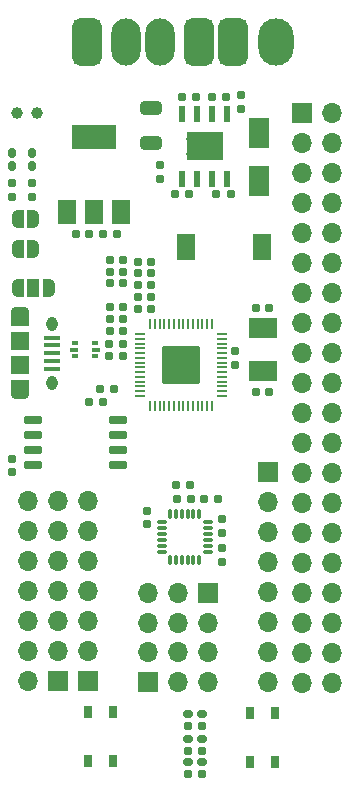
<source format=gbr>
%TF.GenerationSoftware,KiCad,Pcbnew,(6.0.0-0)*%
%TF.CreationDate,2022-01-13T06:26:07-05:00*%
%TF.ProjectId,piUAV,70695541-562e-46b6-9963-61645f706362,rev?*%
%TF.SameCoordinates,Original*%
%TF.FileFunction,Soldermask,Top*%
%TF.FilePolarity,Negative*%
%FSLAX46Y46*%
G04 Gerber Fmt 4.6, Leading zero omitted, Abs format (unit mm)*
G04 Created by KiCad (PCBNEW (6.0.0-0)) date 2022-01-13 06:26:07*
%MOMM*%
%LPD*%
G01*
G04 APERTURE LIST*
G04 Aperture macros list*
%AMRoundRect*
0 Rectangle with rounded corners*
0 $1 Rounding radius*
0 $2 $3 $4 $5 $6 $7 $8 $9 X,Y pos of 4 corners*
0 Add a 4 corners polygon primitive as box body*
4,1,4,$2,$3,$4,$5,$6,$7,$8,$9,$2,$3,0*
0 Add four circle primitives for the rounded corners*
1,1,$1+$1,$2,$3*
1,1,$1+$1,$4,$5*
1,1,$1+$1,$6,$7*
1,1,$1+$1,$8,$9*
0 Add four rect primitives between the rounded corners*
20,1,$1+$1,$2,$3,$4,$5,0*
20,1,$1+$1,$4,$5,$6,$7,0*
20,1,$1+$1,$6,$7,$8,$9,0*
20,1,$1+$1,$8,$9,$2,$3,0*%
%AMFreePoly0*
4,1,22,0.550000,-0.750000,0.000000,-0.750000,0.000000,-0.745033,-0.079941,-0.743568,-0.215256,-0.701293,-0.333266,-0.622738,-0.424486,-0.514219,-0.481581,-0.384460,-0.499164,-0.250000,-0.500000,-0.250000,-0.500000,0.250000,-0.499164,0.250000,-0.499963,0.256109,-0.478152,0.396186,-0.417904,0.524511,-0.324060,0.630769,-0.204165,0.706417,-0.067858,0.745374,0.000000,0.744959,0.000000,0.750000,
0.550000,0.750000,0.550000,-0.750000,0.550000,-0.750000,$1*%
%AMFreePoly1*
4,1,20,0.000000,0.744959,0.073905,0.744508,0.209726,0.703889,0.328688,0.626782,0.421226,0.519385,0.479903,0.390333,0.500000,0.250000,0.500000,-0.250000,0.499851,-0.262216,0.476331,-0.402017,0.414519,-0.529596,0.319384,-0.634700,0.198574,-0.708877,0.061801,-0.746166,0.000000,-0.745033,0.000000,-0.750000,-0.550000,-0.750000,-0.550000,0.750000,0.000000,0.750000,0.000000,0.744959,
0.000000,0.744959,$1*%
%AMFreePoly2*
4,1,22,0.500000,-0.750000,0.000000,-0.750000,0.000000,-0.745033,-0.079941,-0.743568,-0.215256,-0.701293,-0.333266,-0.622738,-0.424486,-0.514219,-0.481581,-0.384460,-0.499164,-0.250000,-0.500000,-0.250000,-0.500000,0.250000,-0.499164,0.250000,-0.499963,0.256109,-0.478152,0.396186,-0.417904,0.524511,-0.324060,0.630769,-0.204165,0.706417,-0.067858,0.745374,0.000000,0.744959,0.000000,0.750000,
0.500000,0.750000,0.500000,-0.750000,0.500000,-0.750000,$1*%
%AMFreePoly3*
4,1,20,0.000000,0.744959,0.073905,0.744508,0.209726,0.703889,0.328688,0.626782,0.421226,0.519385,0.479903,0.390333,0.500000,0.250000,0.500000,-0.250000,0.499851,-0.262216,0.476331,-0.402017,0.414519,-0.529596,0.319384,-0.634700,0.198574,-0.708877,0.061801,-0.746166,0.000000,-0.745033,0.000000,-0.750000,-0.500000,-0.750000,-0.500000,0.750000,0.000000,0.750000,0.000000,0.744959,
0.000000,0.744959,$1*%
G04 Aperture macros list end*
%ADD10RoundRect,0.160000X-0.160000X0.197500X-0.160000X-0.197500X0.160000X-0.197500X0.160000X0.197500X0*%
%ADD11RoundRect,0.155000X0.212500X0.155000X-0.212500X0.155000X-0.212500X-0.155000X0.212500X-0.155000X0*%
%ADD12RoundRect,0.160000X0.222500X0.160000X-0.222500X0.160000X-0.222500X-0.160000X0.222500X-0.160000X0*%
%ADD13RoundRect,0.160000X0.197500X0.160000X-0.197500X0.160000X-0.197500X-0.160000X0.197500X-0.160000X0*%
%ADD14RoundRect,0.155000X-0.212500X-0.155000X0.212500X-0.155000X0.212500X0.155000X-0.212500X0.155000X0*%
%ADD15RoundRect,0.160000X-0.197500X-0.160000X0.197500X-0.160000X0.197500X0.160000X-0.197500X0.160000X0*%
%ADD16R,1.800000X2.500000*%
%ADD17C,1.000000*%
%ADD18RoundRect,0.160000X0.160000X-0.197500X0.160000X0.197500X-0.160000X0.197500X-0.160000X-0.197500X0*%
%ADD19R,0.650000X1.050000*%
%ADD20R,1.700000X1.700000*%
%ADD21O,1.700000X1.700000*%
%ADD22O,3.000000X4.000000*%
%ADD23RoundRect,0.155000X-0.155000X0.212500X-0.155000X-0.212500X0.155000X-0.212500X0.155000X0.212500X0*%
%ADD24RoundRect,0.050000X0.050000X-0.387500X0.050000X0.387500X-0.050000X0.387500X-0.050000X-0.387500X0*%
%ADD25RoundRect,0.050000X0.387500X-0.050000X0.387500X0.050000X-0.387500X0.050000X-0.387500X-0.050000X0*%
%ADD26RoundRect,0.144000X1.456000X-1.456000X1.456000X1.456000X-1.456000X1.456000X-1.456000X-1.456000X0*%
%ADD27RoundRect,0.160000X0.160000X-0.222500X0.160000X0.222500X-0.160000X0.222500X-0.160000X-0.222500X0*%
%ADD28RoundRect,0.075000X0.075000X-0.350000X0.075000X0.350000X-0.075000X0.350000X-0.075000X-0.350000X0*%
%ADD29RoundRect,0.075000X0.350000X0.075000X-0.350000X0.075000X-0.350000X-0.075000X0.350000X-0.075000X0*%
%ADD30RoundRect,0.150000X0.650000X0.150000X-0.650000X0.150000X-0.650000X-0.150000X0.650000X-0.150000X0*%
%ADD31FreePoly0,180.000000*%
%ADD32R,1.000000X1.500000*%
%ADD33FreePoly1,180.000000*%
%ADD34R,1.500000X2.000000*%
%ADD35R,3.800000X2.000000*%
%ADD36RoundRect,0.155000X0.155000X-0.212500X0.155000X0.212500X-0.155000X0.212500X-0.155000X-0.212500X0*%
%ADD37R,2.400000X1.700000*%
%ADD38O,2.500000X4.000000*%
%ADD39RoundRect,0.250000X0.650000X-0.325000X0.650000X0.325000X-0.650000X0.325000X-0.650000X-0.325000X0*%
%ADD40R,0.599999X1.450000*%
%ADD41R,3.099999X2.400000*%
%ADD42C,0.499999*%
%ADD43R,1.500000X2.200000*%
%ADD44R,0.500000X0.375000*%
%ADD45R,0.650000X0.300000*%
%ADD46FreePoly2,0.000000*%
%ADD47FreePoly3,0.000000*%
%ADD48R,1.350000X0.400000*%
%ADD49R,1.550000X1.200000*%
%ADD50O,1.550000X0.890000*%
%ADD51R,1.550000X1.500000*%
%ADD52O,0.950000X1.250000*%
%ADD53RoundRect,0.625000X-0.625000X-1.375000X0.625000X-1.375000X0.625000X1.375000X-0.625000X1.375000X0*%
G04 APERTURE END LIST*
D10*
%TO.C,R14*%
X112400000Y-58302500D03*
X112400000Y-59497500D03*
%TD*%
D11*
%TO.C,C3*%
X120117500Y-69850000D03*
X118982500Y-69850000D03*
%TD*%
D12*
%TO.C,D2*%
X126752500Y-105400000D03*
X125607500Y-105400000D03*
%TD*%
D13*
%TO.C,R6*%
X125800000Y-83950000D03*
X124605000Y-83950000D03*
%TD*%
D14*
%TO.C,C21*%
X127632500Y-51050000D03*
X128767500Y-51050000D03*
%TD*%
D11*
%TO.C,C10*%
X120117500Y-64850000D03*
X118982500Y-64850000D03*
%TD*%
D15*
%TO.C,R8*%
X125102500Y-51050000D03*
X126297500Y-51050000D03*
%TD*%
D16*
%TO.C,D6*%
X131600000Y-58150000D03*
X131600000Y-54150000D03*
%TD*%
D17*
%TO.C,TP2*%
X111100000Y-52400000D03*
%TD*%
D18*
%TO.C,R5*%
X129600000Y-73747500D03*
X129600000Y-72552500D03*
%TD*%
D17*
%TO.C,TP1*%
X112800000Y-52400000D03*
%TD*%
D12*
%TO.C,D1*%
X126745000Y-103300000D03*
X125600000Y-103300000D03*
%TD*%
D18*
%TO.C,R15*%
X123250000Y-57997500D03*
X123250000Y-56802500D03*
%TD*%
D19*
%TO.C,SW2*%
X117125000Y-107275000D03*
X117125000Y-103125000D03*
X119275000Y-107275000D03*
X119275000Y-103125000D03*
%TD*%
D13*
%TO.C,R3*%
X119347500Y-75800000D03*
X118152500Y-75800000D03*
%TD*%
D11*
%TO.C,C19*%
X128120000Y-85100000D03*
X126985000Y-85100000D03*
%TD*%
D20*
%TO.C,J6*%
X122225000Y-100600000D03*
D21*
X122225000Y-98060000D03*
X124765000Y-100600000D03*
X124765000Y-98060000D03*
X127305000Y-100600000D03*
X127305000Y-98060000D03*
%TD*%
D19*
%TO.C,SW1*%
X130825000Y-107375000D03*
X130825000Y-103225000D03*
X132975000Y-103225000D03*
X132975000Y-107375000D03*
%TD*%
D11*
%TO.C,C1*%
X120117500Y-68850000D03*
X118982500Y-68850000D03*
%TD*%
%TO.C,C7*%
X120117500Y-66850000D03*
X118982500Y-66850000D03*
%TD*%
%TO.C,C13*%
X132467500Y-68900000D03*
X131332500Y-68900000D03*
%TD*%
%TO.C,C16*%
X117217500Y-62632500D03*
X116082500Y-62632500D03*
%TD*%
D14*
%TO.C,C5*%
X121332500Y-68000000D03*
X122467500Y-68000000D03*
%TD*%
D22*
%TO.C,P6*%
X133000000Y-46400000D03*
%TD*%
D23*
%TO.C,C14*%
X110700000Y-81682500D03*
X110700000Y-82817500D03*
%TD*%
D24*
%TO.C,U1*%
X122400000Y-77187500D03*
X122800000Y-77187500D03*
X123200000Y-77187500D03*
X123600000Y-77187500D03*
X124000000Y-77187500D03*
X124400000Y-77187500D03*
X124800000Y-77187500D03*
X125200000Y-77187500D03*
X125600000Y-77187500D03*
X126000000Y-77187500D03*
X126400000Y-77187500D03*
X126800000Y-77187500D03*
X127200000Y-77187500D03*
X127600000Y-77187500D03*
D25*
X128437500Y-76350000D03*
X128437500Y-75950000D03*
X128437500Y-75550000D03*
X128437500Y-75150000D03*
X128437500Y-74750000D03*
X128437500Y-74350000D03*
X128437500Y-73950000D03*
X128437500Y-73550000D03*
X128437500Y-73150000D03*
X128437500Y-72750000D03*
X128437500Y-72350000D03*
X128437500Y-71950000D03*
X128437500Y-71550000D03*
X128437500Y-71150000D03*
D24*
X127600000Y-70312500D03*
X127200000Y-70312500D03*
X126800000Y-70312500D03*
X126400000Y-70312500D03*
X126000000Y-70312500D03*
X125600000Y-70312500D03*
X125200000Y-70312500D03*
X124800000Y-70312500D03*
X124400000Y-70312500D03*
X124000000Y-70312500D03*
X123600000Y-70312500D03*
X123200000Y-70312500D03*
X122800000Y-70312500D03*
X122400000Y-70312500D03*
D25*
X121562500Y-71150000D03*
X121562500Y-71550000D03*
X121562500Y-71950000D03*
X121562500Y-72350000D03*
X121562500Y-72750000D03*
X121562500Y-73150000D03*
X121562500Y-73550000D03*
X121562500Y-73950000D03*
X121562500Y-74350000D03*
X121562500Y-74750000D03*
X121562500Y-75150000D03*
X121562500Y-75550000D03*
X121562500Y-75950000D03*
X121562500Y-76350000D03*
D26*
X125000000Y-73750000D03*
%TD*%
D13*
%TO.C,R11*%
X126777500Y-106400000D03*
X125582500Y-106400000D03*
%TD*%
%TO.C,R7*%
X125850000Y-85100000D03*
X124655000Y-85100000D03*
%TD*%
D27*
%TO.C,D5*%
X112400000Y-56920000D03*
X112400000Y-55775000D03*
%TD*%
D28*
%TO.C,U4*%
X124050000Y-90250000D03*
X124550000Y-90250000D03*
X125050000Y-90250000D03*
X125550000Y-90250000D03*
X126050000Y-90250000D03*
X126550000Y-90250000D03*
D29*
X127250000Y-89550000D03*
X127250000Y-89050000D03*
X127250000Y-88550000D03*
X127250000Y-88050000D03*
X127250000Y-87550000D03*
X127250000Y-87050000D03*
D28*
X126550000Y-86350000D03*
X126050000Y-86350000D03*
X125550000Y-86350000D03*
X125050000Y-86350000D03*
X124550000Y-86350000D03*
X124050000Y-86350000D03*
D29*
X123350000Y-87050000D03*
X123350000Y-87550000D03*
X123350000Y-88050000D03*
X123350000Y-88550000D03*
X123350000Y-89050000D03*
X123350000Y-89550000D03*
%TD*%
D20*
%TO.C,J2*%
X127325000Y-93025000D03*
D21*
X127325000Y-95565000D03*
X124785000Y-93025000D03*
X124785000Y-95565000D03*
X122245000Y-93025000D03*
X122245000Y-95565000D03*
%TD*%
D23*
%TO.C,C23*%
X130100000Y-50932500D03*
X130100000Y-52067500D03*
%TD*%
D30*
%TO.C,U2*%
X119650000Y-82205000D03*
X119650000Y-80935000D03*
X119650000Y-79665000D03*
X119650000Y-78395000D03*
X112450000Y-78395000D03*
X112450000Y-79665000D03*
X112450000Y-80935000D03*
X112450000Y-82205000D03*
%TD*%
D15*
%TO.C,R16*%
X128002500Y-59250000D03*
X129197500Y-59250000D03*
%TD*%
D31*
%TO.C,JP2*%
X113800000Y-67200000D03*
D32*
X112500000Y-67200000D03*
D33*
X111200000Y-67200000D03*
%TD*%
D14*
%TO.C,C11*%
X121332500Y-65000000D03*
X122467500Y-65000000D03*
%TD*%
D11*
%TO.C,C15*%
X119567500Y-62650000D03*
X118432500Y-62650000D03*
%TD*%
D20*
%TO.C,J3*%
X117100000Y-100500000D03*
D21*
X117100000Y-97960000D03*
X117100000Y-95420000D03*
X117100000Y-92880000D03*
X117100000Y-90340000D03*
X117100000Y-87800000D03*
X117100000Y-85260000D03*
%TD*%
D34*
%TO.C,U3*%
X115350000Y-60782500D03*
D35*
X117650000Y-54482500D03*
D34*
X117650000Y-60782500D03*
X119950000Y-60782500D03*
%TD*%
D20*
%TO.C,J7*%
X135225000Y-52375000D03*
D21*
X137765000Y-52375000D03*
X135225000Y-54915000D03*
X137765000Y-54915000D03*
X135225000Y-57455000D03*
X137765000Y-57455000D03*
X135225000Y-59995000D03*
X137765000Y-59995000D03*
X135225000Y-62535000D03*
X137765000Y-62535000D03*
X135225000Y-65075000D03*
X137765000Y-65075000D03*
X135225000Y-67615000D03*
X137765000Y-67615000D03*
X135225000Y-70155000D03*
X137765000Y-70155000D03*
X135225000Y-72695000D03*
X137765000Y-72695000D03*
X135225000Y-75235000D03*
X137765000Y-75235000D03*
X135225000Y-77775000D03*
X137765000Y-77775000D03*
X135225000Y-80315000D03*
X137765000Y-80315000D03*
X135225000Y-82855000D03*
X137765000Y-82855000D03*
X135225000Y-85395000D03*
X137765000Y-85395000D03*
X135225000Y-87935000D03*
X137765000Y-87935000D03*
X135225000Y-90475000D03*
X137765000Y-90475000D03*
X135225000Y-93015000D03*
X137765000Y-93015000D03*
X135225000Y-95555000D03*
X137765000Y-95555000D03*
X135225000Y-98095000D03*
X137765000Y-98095000D03*
X135225000Y-100635000D03*
X137765000Y-100635000D03*
%TD*%
D20*
%TO.C,J5*%
X114575000Y-100500000D03*
D21*
X112035000Y-100500000D03*
X114575000Y-97960000D03*
X112035000Y-97960000D03*
X114575000Y-95420000D03*
X112035000Y-95420000D03*
X114575000Y-92880000D03*
X112035000Y-92880000D03*
X114575000Y-90340000D03*
X112035000Y-90340000D03*
X114575000Y-87800000D03*
X112035000Y-87800000D03*
X114575000Y-85260000D03*
X112035000Y-85260000D03*
%TD*%
D36*
%TO.C,C17*%
X122150000Y-87217500D03*
X122150000Y-86082500D03*
%TD*%
D15*
%TO.C,R1*%
X118902500Y-72950000D03*
X120097500Y-72950000D03*
%TD*%
D37*
%TO.C,Y1*%
X131900000Y-74300000D03*
X131900000Y-70600000D03*
%TD*%
D38*
%TO.C,P2*%
X120300000Y-46400000D03*
%TD*%
D11*
%TO.C,C8*%
X120117500Y-65850000D03*
X118982500Y-65850000D03*
%TD*%
D39*
%TO.C,C24*%
X122500000Y-54975000D03*
X122500000Y-52025000D03*
%TD*%
D13*
%TO.C,R10*%
X126770000Y-104300000D03*
X125575000Y-104300000D03*
%TD*%
D40*
%TO.C,U5*%
X128905000Y-52524999D03*
X127635000Y-52524999D03*
X126365000Y-52524999D03*
X125095000Y-52524999D03*
X125095000Y-57974998D03*
X126365000Y-57974998D03*
X127635000Y-57974998D03*
X128905000Y-57974998D03*
D41*
X127000000Y-55250000D03*
D42*
X127000000Y-55900001D03*
X125700000Y-55900001D03*
X125700000Y-54599999D03*
X128300000Y-55900001D03*
X128300000Y-54599999D03*
X127000000Y-54599999D03*
%TD*%
D10*
%TO.C,R13*%
X110700000Y-58302500D03*
X110700000Y-59497500D03*
%TD*%
D43*
%TO.C,L1*%
X131850000Y-63750000D03*
X125450000Y-63750000D03*
%TD*%
D15*
%TO.C,R4*%
X117202500Y-76850000D03*
X118397500Y-76850000D03*
%TD*%
D44*
%TO.C,U6*%
X117750000Y-72987500D03*
D45*
X117825000Y-72450000D03*
D44*
X117750000Y-71912500D03*
X116050000Y-71912500D03*
D45*
X115975000Y-72450000D03*
D44*
X116050000Y-72987500D03*
%TD*%
D13*
%TO.C,R12*%
X126787500Y-108400000D03*
X125592500Y-108400000D03*
%TD*%
D46*
%TO.C,JP1*%
X111200000Y-63900000D03*
D47*
X112500000Y-63900000D03*
%TD*%
D14*
%TO.C,C4*%
X121332500Y-69000000D03*
X122467500Y-69000000D03*
%TD*%
D11*
%TO.C,C12*%
X132467500Y-76000000D03*
X131332500Y-76000000D03*
%TD*%
D12*
%TO.C,D3*%
X126772500Y-107400000D03*
X125627500Y-107400000D03*
%TD*%
D23*
%TO.C,C20*%
X128500000Y-89282500D03*
X128500000Y-90417500D03*
%TD*%
D36*
%TO.C,C18*%
X128500000Y-87967500D03*
X128500000Y-86832500D03*
%TD*%
D48*
%TO.C,J1*%
X114100000Y-71450000D03*
X114100000Y-72100000D03*
X114100000Y-72750000D03*
X114100000Y-73400000D03*
X114100000Y-74050000D03*
D49*
X111400000Y-69850000D03*
D50*
X111400000Y-76250000D03*
X111400000Y-69250000D03*
D51*
X111400000Y-71750000D03*
D52*
X114100000Y-70250000D03*
D49*
X111400000Y-75650000D03*
D51*
X111400000Y-73750000D03*
D52*
X114100000Y-75250000D03*
%TD*%
D13*
%TO.C,R9*%
X125647500Y-59250000D03*
X124452500Y-59250000D03*
%TD*%
D46*
%TO.C,JP3*%
X111200000Y-61400000D03*
D47*
X112500000Y-61400000D03*
%TD*%
D14*
%TO.C,C6*%
X121332500Y-67000000D03*
X122467500Y-67000000D03*
%TD*%
D53*
%TO.C,P3*%
X126500000Y-46400000D03*
%TD*%
D20*
%TO.C,J8*%
X132350000Y-82840000D03*
D21*
X132350000Y-85380000D03*
X132350000Y-87920000D03*
X132350000Y-90460000D03*
X132350000Y-93000000D03*
X132350000Y-95540000D03*
X132350000Y-98080000D03*
X132350000Y-100620000D03*
%TD*%
D38*
%TO.C,P4*%
X123200000Y-46400000D03*
%TD*%
D53*
%TO.C,P1*%
X117000000Y-46400000D03*
%TD*%
D11*
%TO.C,C2*%
X120117500Y-70850000D03*
X118982500Y-70850000D03*
%TD*%
D53*
%TO.C,P5*%
X129400000Y-46400000D03*
%TD*%
D14*
%TO.C,C9*%
X121332500Y-66000000D03*
X122467500Y-66000000D03*
%TD*%
D15*
%TO.C,R2*%
X118902500Y-71950000D03*
X120097500Y-71950000D03*
%TD*%
D27*
%TO.C,D4*%
X110700000Y-56922500D03*
X110700000Y-55777500D03*
%TD*%
M02*

</source>
